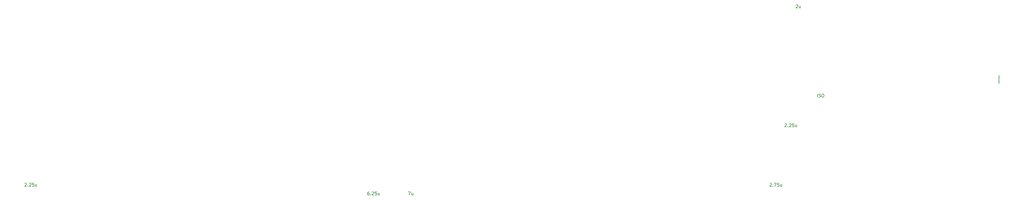
<source format=gbr>
%TF.GenerationSoftware,KiCad,Pcbnew,8.0.4*%
%TF.CreationDate,2024-07-23T18:50:18+08:00*%
%TF.ProjectId,X88C,58383843-2e6b-4696-9361-645f70636258,rev?*%
%TF.SameCoordinates,Original*%
%TF.FileFunction,Other,Comment*%
%FSLAX46Y46*%
G04 Gerber Fmt 4.6, Leading zero omitted, Abs format (unit mm)*
G04 Created by KiCad (PCBNEW 8.0.4) date 2024-07-23 18:50:18*
%MOMM*%
%LPD*%
G01*
G04 APERTURE LIST*
%ADD10C,0.150000*%
%ADD11C,0.070000*%
G04 APERTURE END LIST*
D10*
X252865179Y-69590557D02*
X252912798Y-69542938D01*
X252912798Y-69542938D02*
X253008036Y-69495319D01*
X253008036Y-69495319D02*
X253246131Y-69495319D01*
X253246131Y-69495319D02*
X253341369Y-69542938D01*
X253341369Y-69542938D02*
X253388988Y-69590557D01*
X253388988Y-69590557D02*
X253436607Y-69685795D01*
X253436607Y-69685795D02*
X253436607Y-69781033D01*
X253436607Y-69781033D02*
X253388988Y-69923890D01*
X253388988Y-69923890D02*
X252817560Y-70495319D01*
X252817560Y-70495319D02*
X253436607Y-70495319D01*
X253865179Y-70400080D02*
X253912798Y-70447700D01*
X253912798Y-70447700D02*
X253865179Y-70495319D01*
X253865179Y-70495319D02*
X253817560Y-70447700D01*
X253817560Y-70447700D02*
X253865179Y-70400080D01*
X253865179Y-70400080D02*
X253865179Y-70495319D01*
X254293750Y-69590557D02*
X254341369Y-69542938D01*
X254341369Y-69542938D02*
X254436607Y-69495319D01*
X254436607Y-69495319D02*
X254674702Y-69495319D01*
X254674702Y-69495319D02*
X254769940Y-69542938D01*
X254769940Y-69542938D02*
X254817559Y-69590557D01*
X254817559Y-69590557D02*
X254865178Y-69685795D01*
X254865178Y-69685795D02*
X254865178Y-69781033D01*
X254865178Y-69781033D02*
X254817559Y-69923890D01*
X254817559Y-69923890D02*
X254246131Y-70495319D01*
X254246131Y-70495319D02*
X254865178Y-70495319D01*
X255769940Y-69495319D02*
X255293750Y-69495319D01*
X255293750Y-69495319D02*
X255246131Y-69971509D01*
X255246131Y-69971509D02*
X255293750Y-69923890D01*
X255293750Y-69923890D02*
X255388988Y-69876271D01*
X255388988Y-69876271D02*
X255627083Y-69876271D01*
X255627083Y-69876271D02*
X255722321Y-69923890D01*
X255722321Y-69923890D02*
X255769940Y-69971509D01*
X255769940Y-69971509D02*
X255817559Y-70066747D01*
X255817559Y-70066747D02*
X255817559Y-70304842D01*
X255817559Y-70304842D02*
X255769940Y-70400080D01*
X255769940Y-70400080D02*
X255722321Y-70447700D01*
X255722321Y-70447700D02*
X255627083Y-70495319D01*
X255627083Y-70495319D02*
X255388988Y-70495319D01*
X255388988Y-70495319D02*
X255293750Y-70447700D01*
X255293750Y-70447700D02*
X255246131Y-70400080D01*
X256674702Y-69828652D02*
X256674702Y-70495319D01*
X256246131Y-69828652D02*
X256246131Y-70352461D01*
X256246131Y-70352461D02*
X256293750Y-70447700D01*
X256293750Y-70447700D02*
X256388988Y-70495319D01*
X256388988Y-70495319D02*
X256531845Y-70495319D01*
X256531845Y-70495319D02*
X256627083Y-70447700D01*
X256627083Y-70447700D02*
X256674702Y-70400080D01*
X263318750Y-60970319D02*
X263318750Y-59970319D01*
X263747321Y-60922700D02*
X263890178Y-60970319D01*
X263890178Y-60970319D02*
X264128273Y-60970319D01*
X264128273Y-60970319D02*
X264223511Y-60922700D01*
X264223511Y-60922700D02*
X264271130Y-60875080D01*
X264271130Y-60875080D02*
X264318749Y-60779842D01*
X264318749Y-60779842D02*
X264318749Y-60684604D01*
X264318749Y-60684604D02*
X264271130Y-60589366D01*
X264271130Y-60589366D02*
X264223511Y-60541747D01*
X264223511Y-60541747D02*
X264128273Y-60494128D01*
X264128273Y-60494128D02*
X263937797Y-60446509D01*
X263937797Y-60446509D02*
X263842559Y-60398890D01*
X263842559Y-60398890D02*
X263794940Y-60351271D01*
X263794940Y-60351271D02*
X263747321Y-60256033D01*
X263747321Y-60256033D02*
X263747321Y-60160795D01*
X263747321Y-60160795D02*
X263794940Y-60065557D01*
X263794940Y-60065557D02*
X263842559Y-60017938D01*
X263842559Y-60017938D02*
X263937797Y-59970319D01*
X263937797Y-59970319D02*
X264175892Y-59970319D01*
X264175892Y-59970319D02*
X264318749Y-60017938D01*
X264937797Y-59970319D02*
X265128273Y-59970319D01*
X265128273Y-59970319D02*
X265223511Y-60017938D01*
X265223511Y-60017938D02*
X265318749Y-60113176D01*
X265318749Y-60113176D02*
X265366368Y-60303652D01*
X265366368Y-60303652D02*
X265366368Y-60636985D01*
X265366368Y-60636985D02*
X265318749Y-60827461D01*
X265318749Y-60827461D02*
X265223511Y-60922700D01*
X265223511Y-60922700D02*
X265128273Y-60970319D01*
X265128273Y-60970319D02*
X264937797Y-60970319D01*
X264937797Y-60970319D02*
X264842559Y-60922700D01*
X264842559Y-60922700D02*
X264747321Y-60827461D01*
X264747321Y-60827461D02*
X264699702Y-60636985D01*
X264699702Y-60636985D02*
X264699702Y-60303652D01*
X264699702Y-60303652D02*
X264747321Y-60113176D01*
X264747321Y-60113176D02*
X264842559Y-60017938D01*
X264842559Y-60017938D02*
X264937797Y-59970319D01*
X119991369Y-91339319D02*
X119800893Y-91339319D01*
X119800893Y-91339319D02*
X119705655Y-91386938D01*
X119705655Y-91386938D02*
X119658036Y-91434557D01*
X119658036Y-91434557D02*
X119562798Y-91577414D01*
X119562798Y-91577414D02*
X119515179Y-91767890D01*
X119515179Y-91767890D02*
X119515179Y-92148842D01*
X119515179Y-92148842D02*
X119562798Y-92244080D01*
X119562798Y-92244080D02*
X119610417Y-92291700D01*
X119610417Y-92291700D02*
X119705655Y-92339319D01*
X119705655Y-92339319D02*
X119896131Y-92339319D01*
X119896131Y-92339319D02*
X119991369Y-92291700D01*
X119991369Y-92291700D02*
X120038988Y-92244080D01*
X120038988Y-92244080D02*
X120086607Y-92148842D01*
X120086607Y-92148842D02*
X120086607Y-91910747D01*
X120086607Y-91910747D02*
X120038988Y-91815509D01*
X120038988Y-91815509D02*
X119991369Y-91767890D01*
X119991369Y-91767890D02*
X119896131Y-91720271D01*
X119896131Y-91720271D02*
X119705655Y-91720271D01*
X119705655Y-91720271D02*
X119610417Y-91767890D01*
X119610417Y-91767890D02*
X119562798Y-91815509D01*
X119562798Y-91815509D02*
X119515179Y-91910747D01*
X120515179Y-92244080D02*
X120562798Y-92291700D01*
X120562798Y-92291700D02*
X120515179Y-92339319D01*
X120515179Y-92339319D02*
X120467560Y-92291700D01*
X120467560Y-92291700D02*
X120515179Y-92244080D01*
X120515179Y-92244080D02*
X120515179Y-92339319D01*
X120943750Y-91434557D02*
X120991369Y-91386938D01*
X120991369Y-91386938D02*
X121086607Y-91339319D01*
X121086607Y-91339319D02*
X121324702Y-91339319D01*
X121324702Y-91339319D02*
X121419940Y-91386938D01*
X121419940Y-91386938D02*
X121467559Y-91434557D01*
X121467559Y-91434557D02*
X121515178Y-91529795D01*
X121515178Y-91529795D02*
X121515178Y-91625033D01*
X121515178Y-91625033D02*
X121467559Y-91767890D01*
X121467559Y-91767890D02*
X120896131Y-92339319D01*
X120896131Y-92339319D02*
X121515178Y-92339319D01*
X122419940Y-91339319D02*
X121943750Y-91339319D01*
X121943750Y-91339319D02*
X121896131Y-91815509D01*
X121896131Y-91815509D02*
X121943750Y-91767890D01*
X121943750Y-91767890D02*
X122038988Y-91720271D01*
X122038988Y-91720271D02*
X122277083Y-91720271D01*
X122277083Y-91720271D02*
X122372321Y-91767890D01*
X122372321Y-91767890D02*
X122419940Y-91815509D01*
X122419940Y-91815509D02*
X122467559Y-91910747D01*
X122467559Y-91910747D02*
X122467559Y-92148842D01*
X122467559Y-92148842D02*
X122419940Y-92244080D01*
X122419940Y-92244080D02*
X122372321Y-92291700D01*
X122372321Y-92291700D02*
X122277083Y-92339319D01*
X122277083Y-92339319D02*
X122038988Y-92339319D01*
X122038988Y-92339319D02*
X121943750Y-92291700D01*
X121943750Y-92291700D02*
X121896131Y-92244080D01*
X123324702Y-91672652D02*
X123324702Y-92339319D01*
X122896131Y-91672652D02*
X122896131Y-92196461D01*
X122896131Y-92196461D02*
X122943750Y-92291700D01*
X122943750Y-92291700D02*
X123038988Y-92339319D01*
X123038988Y-92339319D02*
X123181845Y-92339319D01*
X123181845Y-92339319D02*
X123277083Y-92291700D01*
X123277083Y-92291700D02*
X123324702Y-92244080D01*
X248102679Y-88640557D02*
X248150298Y-88592938D01*
X248150298Y-88592938D02*
X248245536Y-88545319D01*
X248245536Y-88545319D02*
X248483631Y-88545319D01*
X248483631Y-88545319D02*
X248578869Y-88592938D01*
X248578869Y-88592938D02*
X248626488Y-88640557D01*
X248626488Y-88640557D02*
X248674107Y-88735795D01*
X248674107Y-88735795D02*
X248674107Y-88831033D01*
X248674107Y-88831033D02*
X248626488Y-88973890D01*
X248626488Y-88973890D02*
X248055060Y-89545319D01*
X248055060Y-89545319D02*
X248674107Y-89545319D01*
X249102679Y-89450080D02*
X249150298Y-89497700D01*
X249150298Y-89497700D02*
X249102679Y-89545319D01*
X249102679Y-89545319D02*
X249055060Y-89497700D01*
X249055060Y-89497700D02*
X249102679Y-89450080D01*
X249102679Y-89450080D02*
X249102679Y-89545319D01*
X249483631Y-88545319D02*
X250150297Y-88545319D01*
X250150297Y-88545319D02*
X249721726Y-89545319D01*
X251007440Y-88545319D02*
X250531250Y-88545319D01*
X250531250Y-88545319D02*
X250483631Y-89021509D01*
X250483631Y-89021509D02*
X250531250Y-88973890D01*
X250531250Y-88973890D02*
X250626488Y-88926271D01*
X250626488Y-88926271D02*
X250864583Y-88926271D01*
X250864583Y-88926271D02*
X250959821Y-88973890D01*
X250959821Y-88973890D02*
X251007440Y-89021509D01*
X251007440Y-89021509D02*
X251055059Y-89116747D01*
X251055059Y-89116747D02*
X251055059Y-89354842D01*
X251055059Y-89354842D02*
X251007440Y-89450080D01*
X251007440Y-89450080D02*
X250959821Y-89497700D01*
X250959821Y-89497700D02*
X250864583Y-89545319D01*
X250864583Y-89545319D02*
X250626488Y-89545319D01*
X250626488Y-89545319D02*
X250531250Y-89497700D01*
X250531250Y-89497700D02*
X250483631Y-89450080D01*
X251912202Y-88878652D02*
X251912202Y-89545319D01*
X251483631Y-88878652D02*
X251483631Y-89402461D01*
X251483631Y-89402461D02*
X251531250Y-89497700D01*
X251531250Y-89497700D02*
X251626488Y-89545319D01*
X251626488Y-89545319D02*
X251769345Y-89545319D01*
X251769345Y-89545319D02*
X251864583Y-89497700D01*
X251864583Y-89497700D02*
X251912202Y-89450080D01*
X9977679Y-88640557D02*
X10025298Y-88592938D01*
X10025298Y-88592938D02*
X10120536Y-88545319D01*
X10120536Y-88545319D02*
X10358631Y-88545319D01*
X10358631Y-88545319D02*
X10453869Y-88592938D01*
X10453869Y-88592938D02*
X10501488Y-88640557D01*
X10501488Y-88640557D02*
X10549107Y-88735795D01*
X10549107Y-88735795D02*
X10549107Y-88831033D01*
X10549107Y-88831033D02*
X10501488Y-88973890D01*
X10501488Y-88973890D02*
X9930060Y-89545319D01*
X9930060Y-89545319D02*
X10549107Y-89545319D01*
X10977679Y-89450080D02*
X11025298Y-89497700D01*
X11025298Y-89497700D02*
X10977679Y-89545319D01*
X10977679Y-89545319D02*
X10930060Y-89497700D01*
X10930060Y-89497700D02*
X10977679Y-89450080D01*
X10977679Y-89450080D02*
X10977679Y-89545319D01*
X11406250Y-88640557D02*
X11453869Y-88592938D01*
X11453869Y-88592938D02*
X11549107Y-88545319D01*
X11549107Y-88545319D02*
X11787202Y-88545319D01*
X11787202Y-88545319D02*
X11882440Y-88592938D01*
X11882440Y-88592938D02*
X11930059Y-88640557D01*
X11930059Y-88640557D02*
X11977678Y-88735795D01*
X11977678Y-88735795D02*
X11977678Y-88831033D01*
X11977678Y-88831033D02*
X11930059Y-88973890D01*
X11930059Y-88973890D02*
X11358631Y-89545319D01*
X11358631Y-89545319D02*
X11977678Y-89545319D01*
X12882440Y-88545319D02*
X12406250Y-88545319D01*
X12406250Y-88545319D02*
X12358631Y-89021509D01*
X12358631Y-89021509D02*
X12406250Y-88973890D01*
X12406250Y-88973890D02*
X12501488Y-88926271D01*
X12501488Y-88926271D02*
X12739583Y-88926271D01*
X12739583Y-88926271D02*
X12834821Y-88973890D01*
X12834821Y-88973890D02*
X12882440Y-89021509D01*
X12882440Y-89021509D02*
X12930059Y-89116747D01*
X12930059Y-89116747D02*
X12930059Y-89354842D01*
X12930059Y-89354842D02*
X12882440Y-89450080D01*
X12882440Y-89450080D02*
X12834821Y-89497700D01*
X12834821Y-89497700D02*
X12739583Y-89545319D01*
X12739583Y-89545319D02*
X12501488Y-89545319D01*
X12501488Y-89545319D02*
X12406250Y-89497700D01*
X12406250Y-89497700D02*
X12358631Y-89450080D01*
X13787202Y-88878652D02*
X13787202Y-89545319D01*
X13358631Y-88878652D02*
X13358631Y-89402461D01*
X13358631Y-89402461D02*
X13406250Y-89497700D01*
X13406250Y-89497700D02*
X13501488Y-89545319D01*
X13501488Y-89545319D02*
X13644345Y-89545319D01*
X13644345Y-89545319D02*
X13739583Y-89497700D01*
X13739583Y-89497700D02*
X13787202Y-89450080D01*
X132564286Y-91339319D02*
X133230952Y-91339319D01*
X133230952Y-91339319D02*
X132802381Y-92339319D01*
X134040476Y-91672652D02*
X134040476Y-92339319D01*
X133611905Y-91672652D02*
X133611905Y-92196461D01*
X133611905Y-92196461D02*
X133659524Y-92291700D01*
X133659524Y-92291700D02*
X133754762Y-92339319D01*
X133754762Y-92339319D02*
X133897619Y-92339319D01*
X133897619Y-92339319D02*
X133992857Y-92291700D01*
X133992857Y-92291700D02*
X134040476Y-92244080D01*
X256436905Y-31490557D02*
X256484524Y-31442938D01*
X256484524Y-31442938D02*
X256579762Y-31395319D01*
X256579762Y-31395319D02*
X256817857Y-31395319D01*
X256817857Y-31395319D02*
X256913095Y-31442938D01*
X256913095Y-31442938D02*
X256960714Y-31490557D01*
X256960714Y-31490557D02*
X257008333Y-31585795D01*
X257008333Y-31585795D02*
X257008333Y-31681033D01*
X257008333Y-31681033D02*
X256960714Y-31823890D01*
X256960714Y-31823890D02*
X256389286Y-32395319D01*
X256389286Y-32395319D02*
X257008333Y-32395319D01*
X257865476Y-31728652D02*
X257865476Y-32395319D01*
X257436905Y-31728652D02*
X257436905Y-32252461D01*
X257436905Y-32252461D02*
X257484524Y-32347700D01*
X257484524Y-32347700D02*
X257579762Y-32395319D01*
X257579762Y-32395319D02*
X257722619Y-32395319D01*
X257722619Y-32395319D02*
X257817857Y-32347700D01*
X257817857Y-32347700D02*
X257865476Y-32300080D01*
D11*
X321491407Y-56488095D02*
X321091407Y-56488095D01*
X321491407Y-56259524D02*
X321262836Y-56430953D01*
X321091407Y-56259524D02*
X321319979Y-56488095D01*
X321281883Y-56088095D02*
X321281883Y-55954762D01*
X321491407Y-55897619D02*
X321491407Y-56088095D01*
X321491407Y-56088095D02*
X321091407Y-56088095D01*
X321091407Y-56088095D02*
X321091407Y-55897619D01*
X321281883Y-55726190D02*
X321281883Y-55592857D01*
X321491407Y-55535714D02*
X321491407Y-55726190D01*
X321491407Y-55726190D02*
X321091407Y-55726190D01*
X321091407Y-55726190D02*
X321091407Y-55535714D01*
X321491407Y-55364285D02*
X321091407Y-55364285D01*
X321091407Y-55364285D02*
X321091407Y-55211904D01*
X321091407Y-55211904D02*
X321110455Y-55173809D01*
X321110455Y-55173809D02*
X321129502Y-55154762D01*
X321129502Y-55154762D02*
X321167598Y-55135714D01*
X321167598Y-55135714D02*
X321224740Y-55135714D01*
X321224740Y-55135714D02*
X321262836Y-55154762D01*
X321262836Y-55154762D02*
X321281883Y-55173809D01*
X321281883Y-55173809D02*
X321300931Y-55211904D01*
X321300931Y-55211904D02*
X321300931Y-55364285D01*
X321091407Y-54888095D02*
X321091407Y-54811904D01*
X321091407Y-54811904D02*
X321110455Y-54773809D01*
X321110455Y-54773809D02*
X321148550Y-54735714D01*
X321148550Y-54735714D02*
X321224740Y-54716666D01*
X321224740Y-54716666D02*
X321358074Y-54716666D01*
X321358074Y-54716666D02*
X321434264Y-54735714D01*
X321434264Y-54735714D02*
X321472360Y-54773809D01*
X321472360Y-54773809D02*
X321491407Y-54811904D01*
X321491407Y-54811904D02*
X321491407Y-54888095D01*
X321491407Y-54888095D02*
X321472360Y-54926190D01*
X321472360Y-54926190D02*
X321434264Y-54964285D01*
X321434264Y-54964285D02*
X321358074Y-54983333D01*
X321358074Y-54983333D02*
X321224740Y-54983333D01*
X321224740Y-54983333D02*
X321148550Y-54964285D01*
X321148550Y-54964285D02*
X321110455Y-54926190D01*
X321110455Y-54926190D02*
X321091407Y-54888095D01*
X321091407Y-54545237D02*
X321415217Y-54545237D01*
X321415217Y-54545237D02*
X321453312Y-54526190D01*
X321453312Y-54526190D02*
X321472360Y-54507142D01*
X321472360Y-54507142D02*
X321491407Y-54469047D01*
X321491407Y-54469047D02*
X321491407Y-54392856D01*
X321491407Y-54392856D02*
X321472360Y-54354761D01*
X321472360Y-54354761D02*
X321453312Y-54335714D01*
X321453312Y-54335714D02*
X321415217Y-54316666D01*
X321415217Y-54316666D02*
X321091407Y-54316666D01*
X321091407Y-54183332D02*
X321091407Y-53954761D01*
X321491407Y-54069047D02*
X321091407Y-54069047D01*
M02*

</source>
